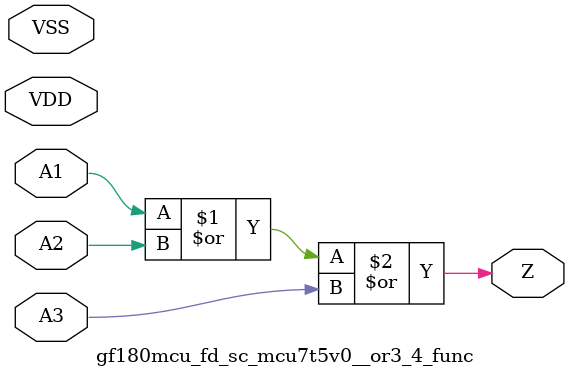
<source format=v>

module gf180mcu_fd_sc_mcu7t5v0__or3_4_func( A3, A2, A1, Z, VDD, VSS );
input A1, A2, A3;
inout VDD, VSS;
output Z;

	or MGM_BG_0( Z, A1, A2, A3 );

endmodule

</source>
